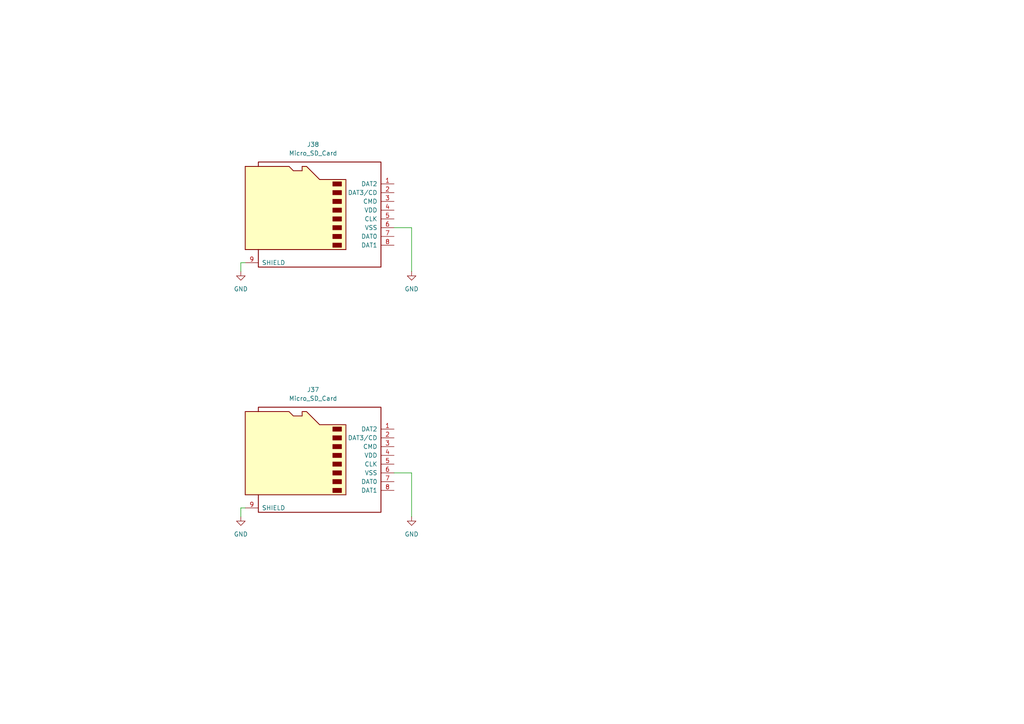
<source format=kicad_sch>
(kicad_sch (version 20250114) (generator "eeschema") (generator_version "9.0")
  (paper "A4")
  (lib_symbols
    (symbol "Connector:Micro_SD_Card" (pin_names (offset 1.016))
      (property "Reference" "J" (at -16.51 15.24 0))
      (property "Value" "Micro_SD_Card" (at 16.51 15.24 0))
      (symbol "Micro_SD_Card_0_1"
        (polyline (pts (xy -8.89 -11.43) (xy -8.89 8.89) (xy -1.27 8.89) (xy 2.54 12.7) (xy 3.81 12.7) (xy 3.81 11.43) (xy 6.35 11.43) (xy 7.62 12.7) (xy 20.32 12.7) (xy 20.32 -11.43) (xy -8.89 -11.43)) (stroke (width 0.254)) (fill (type background)))
        (rectangle (start -7.62 8.255) (end -5.08 6.985) (fill (type outline)))
        (rectangle (start -7.62 5.715) (end -5.08 4.445) (fill (type outline)))
        (rectangle (start -7.62 3.175) (end -5.08 1.905) (fill (type outline)))
        (rectangle (start -7.62 0.635) (end -5.08 -0.635) (fill (type outline)))
        (rectangle (start -7.62 -1.905) (end -5.08 -3.175) (fill (type outline)))
        (rectangle (start -7.62 -4.445) (end -5.08 -5.715) (fill (type outline)))
        (rectangle (start -7.62 -6.985) (end -5.08 -8.255) (fill (type outline)))
        (rectangle (start -7.62 -9.525) (end -5.08 -10.795) (fill (type outline)))
        (polyline (pts (xy 16.51 12.7) (xy 16.51 13.97) (xy -19.05 13.97) (xy -19.05 -16.51) (xy 16.51 -16.51) (xy 16.51 -11.43)) (stroke (width 0.254)))
      )
      (symbol "Micro_SD_Card_1_1"
        (pin bidirectional line (at -22.86 7.62 0) (length 3.81) (name "DAT2") (number "1"))
        (pin bidirectional line (at -22.86 5.08 0) (length 3.81) (name "DAT3/CD") (number "2"))
        (pin input line (at -22.86 2.54 0) (length 3.81) (name "CMD") (number "3"))
        (pin power_in line (at -22.86 0 0) (length 3.81) (name "VDD") (number "4"))
        (pin input line (at -22.86 -2.54 0) (length 3.81) (name "CLK") (number "5"))
        (pin power_in line (at -22.86 -5.08 0) (length 3.81) (name "VSS") (number "6"))
        (pin bidirectional line (at -22.86 -7.62 0) (length 3.81) (name "DAT0") (number "7"))
        (pin bidirectional line (at -22.86 -10.16 0) (length 3.81) (name "DAT1") (number "8"))
        (pin passive line (at 20.32 -15.24 180) (length 3.81) (name "SHIELD") (number "9"))
      )
    )
    (symbol "power:GND" (power) (pin_numbers (hide yes)) (pin_names (offset 0) (hide yes))
      (property "Value" "GND" (at 0 -3.81 0))
      (symbol "GND_0_1"
        (polyline (pts (xy 0 0) (xy 0 -1.27) (xy 1.27 -1.27) (xy 0 -2.54) (xy -1.27 -1.27) (xy 0 -1.27)))
      )
      (symbol "GND_1_1"
        (pin power_in line (at 0 0 270) (length 0) (name "~") (number "1"))
      )
    )
  )
  (wire (pts (xy 71.12 147.32) (xy 69.85 147.32)))
  (wire (pts (xy 114.3 137.16) (xy 119.38 137.16)))
  (wire (pts (xy 119.38 137.16) (xy 119.38 149.86)))
  (wire (pts (xy 71.12 76.2) (xy 69.85 76.2)))
  (wire (pts (xy 114.3 66.04) (xy 119.38 66.04)))
  (wire (pts (xy 69.85 76.2) (xy 69.85 78.74)))
  (wire (pts (xy 119.38 66.04) (xy 119.38 78.74)))
  (wire (pts (xy 69.85 147.32) (xy 69.85 149.86)))
  (symbol (lib_id "power:GND") (at 119.38 78.74 0) (unit 1)
    (property "Reference" "#PWR0130" (effects (hide yes)))
    (property "Value" "GND" (at 119.38 83.82 0))
    (property "Description" "Power symbol creates a global label with name \"GND\" , ground" (effects (hide yes)))
  )
  (symbol (lib_id "power:GND") (at 69.85 149.86 0) (unit 1)
    (property "Reference" "#PWR0124" (effects (hide yes)))
    (property "Value" "GND" (at 69.85 154.94 0))
    (property "Description" "Power symbol creates a global label with name \"GND\" , ground" (effects (hide yes)))
  )
  (symbol (lib_id "Connector:Micro_SD_Card") (at 91.44 60.96 0) (mirror y) (unit 1)
    (property "Reference" "J38" (at 90.805 41.91 0))
    (property "Value" "Micro_SD_Card" (at 90.805 44.45 0))
    (property "Datasheet" "https://www.we-online.com/components/products/datasheet/693072010801.pdf" (effects (hide yes)))
    (property "Description" "Micro SD Card Socket" (effects (hide yes)))
  )
  (symbol (lib_id "power:GND") (at 119.38 149.86 0) (unit 1)
    (property "Reference" "#PWR0132" (effects (hide yes)))
    (property "Value" "GND" (at 119.38 154.94 0))
    (property "Description" "Power symbol creates a global label with name \"GND\" , ground" (effects (hide yes)))
  )
  (symbol (lib_id "power:GND") (at 69.85 78.74 0) (unit 1)
    (property "Reference" "#PWR0123" (effects (hide yes)))
    (property "Value" "GND" (at 69.85 83.82 0))
    (property "Description" "Power symbol creates a global label with name \"GND\" , ground" (effects (hide yes)))
  )
  (symbol (lib_id "Connector:Micro_SD_Card") (at 91.44 132.08 0) (mirror y) (unit 1)
    (property "Reference" "J37" (at 90.805 113.03 0))
    (property "Value" "Micro_SD_Card" (at 90.805 115.57 0))
    (property "Datasheet" "https://www.we-online.com/components/products/datasheet/693072010801.pdf" (effects (hide yes)))
    (property "Description" "Micro SD Card Socket" (effects (hide yes)))
  )
)
</source>
